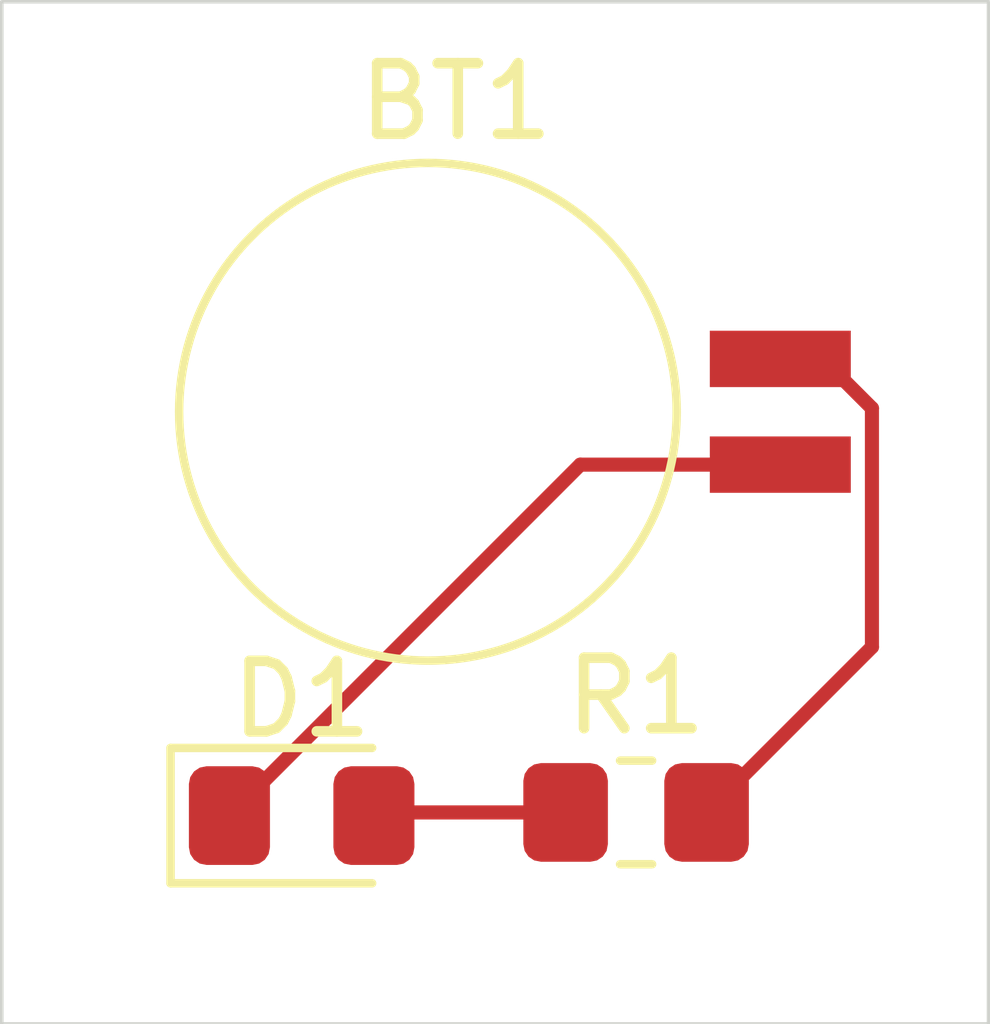
<source format=kicad_pcb>
(kicad_pcb (version 20240108) (generator "pcbnew") (generator_version "8.0")
  (title_block (date "10/8/24"))
  (layers (0 "F.Cu" signal) (31 "B.Cu" signal) (34 "B.Paste" user) (35 "F.Paste" user) (36 "B.SilkS" user "B.Silkscreen") (37 "F.SilkS" user "F.Silkscreen") (38 "B.Mask" user) (39 "F.Mask" user) (44 "Edge.Cuts" user))
  (net 0 "")
  (net 1 "Net-(BT1--)")
  (net 2 "Net-(BT1-+)")
  (net 3 "Net-(D1-A)")
  (footprint "Battery:BatteryHolder_Seiko_MS621F" (layer "F.Cu") (at 171.046204 90.316204)
    (property "Reference" "BT1" (at -4.6 -4.4 0) (layer "F.SilkS"))
    (property "Value" "Battery_Cell")
    (fp_circle (center -5 0) (end -1.47 0) (stroke (width 0.12)) (fill none) (layer "F.SilkS"))
    (pad "1" smd rect (at 0 -0.75) (size 2 0.8) (layers "F.Cu" "F.Paste" "F.Mask") (net 2 "Net-(BT1-+)"))
    (pad "2" smd rect (at 0 0.75) (size 2 0.8) (layers "F.Cu" "F.Paste" "F.Mask") (net 1 "Net-(BT1--)"))
  )
  (footprint "Resistor_SMD:R_0805_2012Metric_Pad1.20x1.40mm_HandSolder" (layer "F.Cu") (at 169 96)
    (property "Reference" "R1" (at 0 -1.65 0) (layer "F.SilkS"))
    (property "Value" "R")
    (fp_line (start -0.227064 -0.735) (end 0.227064 -0.735) (stroke (width 0.12)) (layer "F.SilkS"))
    (fp_line (start -0.227064 0.735) (end 0.227064 0.735) (stroke (width 0.12)) (layer "F.SilkS"))
    (pad "1" smd roundrect (at -1 0) (size 1.2 1.4) (layers "F.Cu" "F.Paste" "F.Mask") (roundrect_rratio 0.208333) (net 3 "Net-(D1-A)"))
    (pad "2" smd roundrect (at 1 0) (size 1.2 1.4) (layers "F.Cu" "F.Paste" "F.Mask") (roundrect_rratio 0.208333) (net 2 "Net-(BT1-+)"))
  )
  (footprint "Diode_SMD:D_0805_2012Metric_Pad1.15x1.40mm_HandSolder" (layer "F.Cu") (at 164.255 96.045)
    (property "Reference" "D1" (at 0 -1.65 0) (layer "F.SilkS"))
    (property "Value" "LED")
    (fp_line (start -1.86 -0.96) (end -1.86 0.96) (stroke (width 0.12)) (layer "F.SilkS"))
    (fp_line (start -1.86 0.96) (end 1 0.96) (stroke (width 0.12)) (layer "F.SilkS"))
    (fp_line (start 1 -0.96) (end -1.86 -0.96) (stroke (width 0.12)) (layer "F.SilkS"))
    (pad "1" smd roundrect (at -1.025 0) (size 1.15 1.4) (layers "F.Cu" "F.Paste" "F.Mask") (roundrect_rratio 0.217391) (net 1 "Net-(BT1--)"))
    (pad "2" smd roundrect (at 1.025 0) (size 1.15 1.4) (layers "F.Cu" "F.Paste" "F.Mask") (roundrect_rratio 0.217391) (net 3 "Net-(D1-A)"))
  )
  (gr_rect (start 160 84.5) (end 174 99) (stroke (width 0.05)) (fill none) (layer "Edge.Cuts"))
  (segment (start 168.208796 91.066204) (end 171.046204 91.066204) (width 0.2) (layer "F.Cu") (net 1))
  (segment (start 163.23 96.045) (end 168.208796 91.066204) (width 0.2) (layer "F.Cu") (net 1))
  (segment (start 172.346204 93.653796) (end 172.346204 90.266204) (width 0.2) (layer "F.Cu") (net 2))
  (segment (start 170 96) (end 172.346204 93.653796) (width 0.2) (layer "F.Cu") (net 2))
  (segment (start 172.346204 90.266204) (end 171.646204 89.566204) (width 0.2) (layer "F.Cu") (net 2))
  (segment (start 171.646204 89.566204) (end 171.046204 89.566204) (width 0.2) (layer "F.Cu") (net 2))
  (segment (start 168 96) (end 165.325 96) (width 0.2) (layer "F.Cu") (net 3))
  (segment (start 165.325 96) (end 165.28 96.045) (width 0.2) (layer "F.Cu") (net 3))
)
</source>
